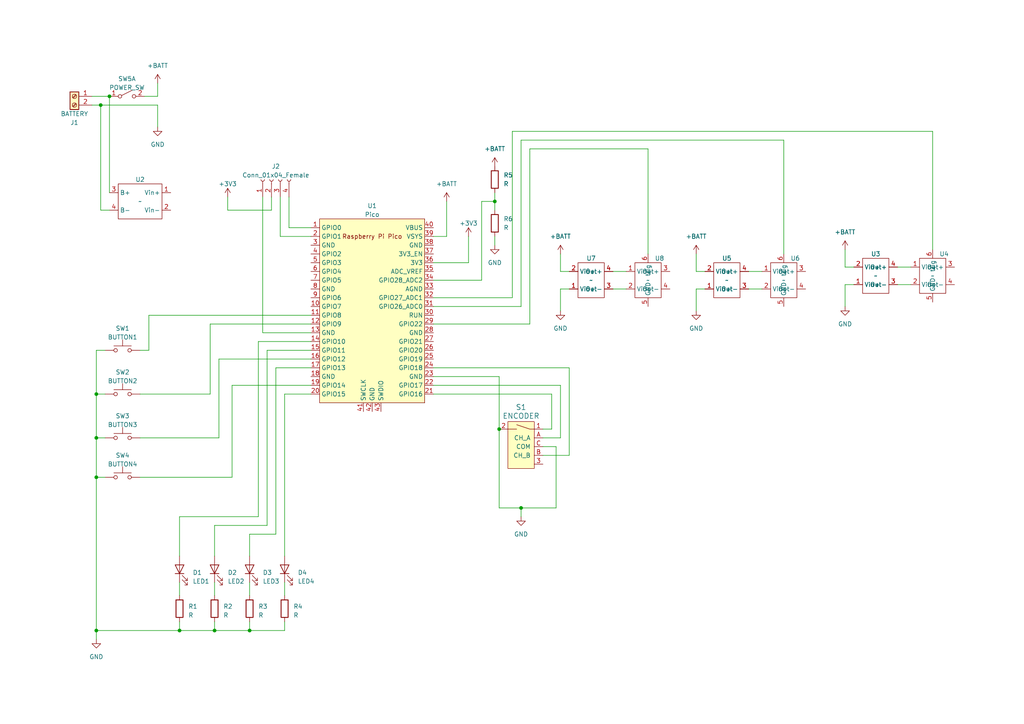
<source format=kicad_sch>
(kicad_sch (version 20230121) (generator eeschema)
  (paper "A4")
  (title_block (title "Drumkit") (date "2024-03-29") (rev "1.5") (comment 1 "https://git.xythobuz.de/thomas/drumkit") (comment 2 "Licensed under the CERN-OHL-S-2.0+") (comment 4 "Copyright (c) 2024 Kauzerei, Thomas Buck"))
  (lib_symbols
    (symbol "Connector:Conn_01x04_Female" (pin_names (offset 1.016) hide)
      (property "Reference" "J" (at 0 5.08 0))
      (property "Value" "Conn_01x04_Female" (at 0 -7.62 0))
      (symbol "Conn_01x04_Female_1_1"
        (arc (start 0 -4.572) (mid -0.5058 -5.08) (end 0 -5.588) (stroke (width 0.1524)))
        (arc (start 0 -2.032) (mid -0.5058 -2.54) (end 0 -3.048) (stroke (width 0.1524)))
        (polyline (pts (xy -1.27 -5.08) (xy -0.508 -5.08)) (stroke (width 0.1524)))
        (polyline (pts (xy -1.27 -2.54) (xy -0.508 -2.54)) (stroke (width 0.1524)))
        (polyline (pts (xy -1.27 0) (xy -0.508 0)) (stroke (width 0.1524)))
        (polyline (pts (xy -1.27 2.54) (xy -0.508 2.54)) (stroke (width 0.1524)))
        (arc (start 0 0.508) (mid -0.5058 0) (end 0 -0.508) (stroke (width 0.1524)))
        (arc (start 0 3.048) (mid -0.5058 2.54) (end 0 2.032) (stroke (width 0.1524)))
        (pin passive line (at -5.08 2.54 0) (length 3.81) (name "Pin_1") (number "1"))
        (pin passive line (at -5.08 0 0) (length 3.81) (name "Pin_2") (number "2"))
        (pin passive line (at -5.08 -2.54 0) (length 3.81) (name "Pin_3") (number "3"))
        (pin passive line (at -5.08 -5.08 0) (length 3.81) (name "Pin_4") (number "4"))
      )
    )
    (symbol "Connector:Screw_Terminal_01x02" (pin_names (offset 1.016) hide)
      (property "Reference" "J" (at 0 2.54 0))
      (property "Value" "Screw_Terminal_01x02" (at 0 -5.08 0))
      (symbol "Screw_Terminal_01x02_1_1"
        (rectangle (start -1.27 1.27) (end 1.27 -3.81) (stroke (width 0.254)) (fill (type background)))
        (circle (center 0 -2.54) (radius 0.635) (stroke (width 0.1524)))
        (polyline (pts (xy -0.5334 -2.2098) (xy 0.3302 -3.048)) (stroke (width 0.1524)))
        (polyline (pts (xy -0.5334 0.3302) (xy 0.3302 -0.508)) (stroke (width 0.1524)))
        (polyline (pts (xy -0.3556 -2.032) (xy 0.508 -2.8702)) (stroke (width 0.1524)))
        (polyline (pts (xy -0.3556 0.508) (xy 0.508 -0.3302)) (stroke (width 0.1524)))
        (circle (center 0 0) (radius 0.635) (stroke (width 0.1524)))
        (pin passive line (at -5.08 0 0) (length 3.81) (name "Pin_1") (number "1"))
        (pin passive line (at -5.08 -2.54 0) (length 3.81) (name "Pin_2") (number "2"))
      )
    )
    (symbol "Device:LED" (pin_numbers hide) (pin_names (offset 1.016) hide)
      (property "Reference" "D" (at 0 2.54 0))
      (property "Value" "LED" (at 0 -2.54 0))
      (symbol "LED_0_1"
        (polyline (pts (xy -1.27 -1.27) (xy -1.27 1.27)) (stroke (width 0.2032)))
        (polyline (pts (xy -1.27 0) (xy 1.27 0)))
        (polyline (pts (xy 1.27 -1.27) (xy 1.27 1.27) (xy -1.27 0) (xy 1.27 -1.27)) (stroke (width 0.2032)))
        (polyline (pts (xy -3.048 -0.762) (xy -4.572 -2.286) (xy -3.81 -2.286) (xy -4.572 -2.286) (xy -4.572 -1.524)))
        (polyline (pts (xy -1.778 -0.762) (xy -3.302 -2.286) (xy -2.54 -2.286) (xy -3.302 -2.286) (xy -3.302 -1.524)))
      )
      (symbol "LED_1_1"
        (pin passive line (at -3.81 0 0) (length 2.54) (name "K") (number "1"))
        (pin passive line (at 3.81 0 180) (length 2.54) (name "A") (number "2"))
      )
    )
    (symbol "Device:R" (pin_numbers hide) (pin_names (offset 0))
      (property "Reference" "R" (at 2.032 0 90))
      (property "Value" "R" (at 0 0 90))
      (symbol "R_0_1"
        (rectangle (start -1.016 -2.54) (end 1.016 2.54) (stroke (width 0.254)))
      )
      (symbol "R_1_1"
        (pin passive line (at 0 3.81 270) (length 1.27) (name "~") (number "1"))
        (pin passive line (at 0 -3.81 90) (length 1.27) (name "~") (number "2"))
      )
    )
    (symbol "GND_1" (power) (pin_names (offset 0))
      (property "Value" "GND_1" (at 0 -3.81 0))
      (symbol "GND_1_0_1"
        (polyline (pts (xy 0 0) (xy 0 -1.27) (xy 1.27 -1.27) (xy 0 -2.54) (xy -1.27 -1.27) (xy 0 -1.27)))
      )
      (symbol "GND_1_1_1"
        (pin power_in line (at 0 0 270) (length 0) hide (name "GND") (number "1"))
      )
    )
    (symbol "MCU_RaspberryPi_and_Boards:Pico"
      (property "Reference" "U" (at -13.97 27.94 0))
      (property "Value" "Pico" (at 0 19.05 0))
      (symbol "Pico_0_0"
        (text "Raspberry Pi Pico" (at 0 21.59 0) (effects (font (size 1.27 1.27))))
      )
      (symbol "Pico_0_1"
        (rectangle (start -15.24 26.67) (end 15.24 -26.67) (fill (type background)))
      )
      (symbol "Pico_1_1"
        (pin bidirectional line (at -17.78 24.13 0) (length 2.54) (name "GPIO0") (number "1"))
        (pin bidirectional line (at -17.78 1.27 0) (length 2.54) (name "GPIO7") (number "10"))
        (pin bidirectional line (at -17.78 -1.27 0) (length 2.54) (name "GPIO8") (number "11"))
        (pin bidirectional line (at -17.78 -3.81 0) (length 2.54) (name "GPIO9") (number "12"))
        (pin power_in line (at -17.78 -6.35 0) (length 2.54) (name "GND") (number "13"))
        (pin bidirectional line (at -17.78 -8.89 0) (length 2.54) (name "GPIO10") (number "14"))
        (pin bidirectional line (at -17.78 -11.43 0) (length 2.54) (name "GPIO11") (number "15"))
        (pin bidirectional line (at -17.78 -13.97 0) (length 2.54) (name "GPIO12") (number "16"))
        (pin bidirectional line (at -17.78 -16.51 0) (length 2.54) (name "GPIO13") (number "17"))
        (pin power_in line (at -17.78 -19.05 0) (length 2.54) (name "GND") (number "18"))
        (pin bidirectional line (at -17.78 -21.59 0) (length 2.54) (name "GPIO14") (number "19"))
        (pin bidirectional line (at -17.78 21.59 0) (length 2.54) (name "GPIO1") (number "2"))
        (pin bidirectional line (at -17.78 -24.13 0) (length 2.54) (name "GPIO15") (number "20"))
        (pin bidirectional line (at 17.78 -24.13 180) (length 2.54) (name "GPIO16") (number "21"))
        (pin bidirectional line (at 17.78 -21.59 180) (length 2.54) (name "GPIO17") (number "22"))
        (pin power_in line (at 17.78 -19.05 180) (length 2.54) (name "GND") (number "23"))
        (pin bidirectional line (at 17.78 -16.51 180) (length 2.54) (name "GPIO18") (number "24"))
        (pin bidirectional line (at 17.78 -13.97 180) (length 2.54) (name "GPIO19") (number "25"))
        (pin bidirectional line (at 17.78 -11.43 180) (length 2.54) (name "GPIO20") (number "26"))
        (pin bidirectional line (at 17.78 -8.89 180) (length 2.54) (name "GPIO21") (number "27"))
        (pin power_in line (at 17.78 -6.35 180) (length 2.54) (name "GND") (number "28"))
        (pin bidirectional line (at 17.78 -3.81 180) (length 2.54) (name "GPIO22") (number "29"))
        (pin power_in line (at -17.78 19.05 0) (length 2.54) (name "GND") (number "3"))
        (pin input line (at 17.78 -1.27 180) (length 2.54) (name "RUN") (number "30"))
        (pin bidirectional line (at 17.78 1.27 180) (length 2.54) (name "GPIO26_ADC0") (number "31"))
        (pin bidirectional line (at 17.78 3.81 180) (length 2.54) (name "GPIO27_ADC1") (number "32"))
        (pin power_in line (at 17.78 6.35 180) (length 2.54) (name "AGND") (number "33"))
        (pin bidirectional line (at 17.78 8.89 180) (length 2.54) (name "GPIO28_ADC2") (number "34"))
        (pin power_in line (at 17.78 11.43 180) (length 2.54) (name "ADC_VREF") (number "35"))
        (pin power_in line (at 17.78 13.97 180) (length 2.54) (name "3V3") (number "36"))
        (pin input line (at 17.78 16.51 180) (length 2.54) (name "3V3_EN") (number "37"))
        (pin bidirectional line (at 17.78 19.05 180) (length 2.54) (name "GND") (number "38"))
        (pin power_in line (at 17.78 21.59 180) (length 2.54) (name "VSYS") (number "39"))
        (pin bidirectional line (at -17.78 16.51 0) (length 2.54) (name "GPIO2") (number "4"))
        (pin power_in line (at 17.78 24.13 180) (length 2.54) (name "VBUS") (number "40"))
        (pin input line (at -2.54 -29.21 90) (length 2.54) (name "SWCLK") (number "41"))
        (pin power_in line (at 0 -29.21 90) (length 2.54) (name "GND") (number "42"))
        (pin bidirectional line (at 2.54 -29.21 90) (length 2.54) (name "SWDIO") (number "43"))
        (pin bidirectional line (at -17.78 13.97 0) (length 2.54) (name "GPIO3") (number "5"))
        (pin bidirectional line (at -17.78 11.43 0) (length 2.54) (name "GPIO4") (number "6"))
        (pin bidirectional line (at -17.78 8.89 0) (length 2.54) (name "GPIO5") (number "7"))
        (pin power_in line (at -17.78 6.35 0) (length 2.54) (name "GND") (number "8"))
        (pin bidirectional line (at -17.78 3.81 0) (length 2.54) (name "GPIO6") (number "9"))
      )
    )
    (symbol "R_1" (pin_numbers hide) (pin_names (offset 0))
      (property "Reference" "R" (at 2.032 0 90))
      (property "Value" "R" (at 0 0 90))
      (symbol "R_1_0_1"
        (rectangle (start -1.016 -2.54) (end 1.016 2.54) (stroke (width 0.254)))
      )
      (symbol "R_1_1_1"
        (pin passive line (at 0 3.81 270) (length 1.27) (name "~") (number "1"))
        (pin passive line (at 0 -3.81 90) (length 1.27) (name "~") (number "2"))
      )
    )
    (symbol "Switch:SW_DPST_x2" (pin_names (offset 0) hide)
      (property "Reference" "SW" (at 0 3.175 0))
      (property "Value" "SW_DPST_x2" (at 0 -2.54 0))
      (symbol "SW_DPST_x2_0_0"
        (circle (center -2.032 0) (radius 0.508))
        (polyline (pts (xy -1.524 0.254) (xy 1.524 1.778)))
        (circle (center 2.032 0) (radius 0.508))
      )
      (symbol "SW_DPST_x2_1_1"
        (pin passive line (at -5.08 0 0) (length 2.54) (name "A") (number "1"))
        (pin passive line (at 5.08 0 180) (length 2.54) (name "B") (number "2"))
      )
      (symbol "SW_DPST_x2_2_1"
        (pin passive line (at -5.08 0 0) (length 2.54) (name "A") (number "3"))
        (pin passive line (at 5.08 0 180) (length 2.54) (name "B") (number "4"))
      )
    )
    (symbol "Switch:SW_Push" (pin_numbers hide) (pin_names (offset 1.016) hide)
      (property "Reference" "SW" (at 1.27 2.54 0))
      (property "Value" "SW_Push" (at 0 -1.524 0))
      (symbol "SW_Push_0_1"
        (circle (center -2.032 0) (radius 0.508))
        (polyline (pts (xy 0 1.27) (xy 0 3.048)))
        (polyline (pts (xy 2.54 1.27) (xy -2.54 1.27)))
        (circle (center 2.032 0) (radius 0.508))
        (pin passive line (at -5.08 0 0) (length 2.54) (name "1") (number "1"))
        (pin passive line (at 5.08 0 180) (length 2.54) (name "2") (number "2"))
      )
    )
    (symbol "chinese_modules:charger"
      (property "Reference" "U" (at 0 0 0))
      (symbol "charger_0_1"
        (rectangle (start -6.35 5.08) (end 6.35 -5.08))
      )
      (symbol "charger_1_1"
        (pin input line (at 8.89 2.54 180) (length 2.54) (name "Vin+") (number "1"))
        (pin input line (at 8.89 -2.54 180) (length 2.54) (name "Vin-") (number "2"))
        (pin input line (at -8.89 2.54 0) (length 2.54) (name "B+") (number "3"))
        (pin input line (at -8.89 -2.54 0) (length 2.54) (name "B-") (number "4"))
      )
    )
    (symbol "chinese_modules:dc-dc"
      (property "Reference" "U" (at 0 0 0))
      (symbol "dc-dc_0_1"
        (rectangle (start -3.81 5.08) (end 3.81 -5.08))
      )
      (symbol "dc-dc_1_1"
        (pin power_in line (at -6.35 -2.54 0) (length 2.54) (name "Vin+") (number "1"))
        (pin power_in line (at -6.35 2.54 0) (length 2.54) (name "Vin+") (number "2"))
        (pin power_out line (at 6.35 -2.54 180) (length 2.54) (name "Out-") (number "3"))
        (pin power_out line (at 6.35 2.54 180) (length 2.54) (name "Out+") (number "4"))
      )
    )
    (symbol "chinese_modules:xy-mos"
      (property "Reference" "U" (at -11.43 0 0))
      (symbol "xy-mos_0_1"
        (rectangle (start -3.81 5.08) (end 3.81 -5.08))
      )
      (symbol "xy-mos_1_1"
        (pin power_in line (at -6.35 2.54 0) (length 2.54) (name "Vin+") (number "1"))
        (pin power_in line (at -6.35 -2.54 0) (length 2.54) (name "Vin-") (number "2"))
        (pin power_out line (at 6.35 2.54 180) (length 2.54) (name "Out+") (number "3"))
        (pin power_out line (at 6.35 -2.54 180) (length 2.54) (name "Out-") (number "4"))
        (pin input line (at 0 -7.62 90) (length 2.54) (name "GND") (number "5"))
        (pin input line (at 0 7.62 270) (length 2.54) (name "trig") (number "6"))
      )
    )
    (symbol "dk_Encoders:PEC11R-4215F-S0024" (pin_names (offset 1.016))
      (property "Reference" "S" (at -1.27 5.715 0))
      (property "Value" "PEC11R-4215F-S0024" (at -1.27 -9.906 0))
      (symbol "PEC11R-4215F-S0024_0_1"
        (rectangle (start -5.08 4.699) (end 2.54 -8.89) (fill (type background)))
        (polyline (pts (xy 0 2.54) (xy 2.54 2.54)))
        (polyline (pts (xy -5.08 2.54) (xy -3.81 2.54) (xy 0 3.81)))
      )
      (symbol "PEC11R-4215F-S0024_1_1"
        (pin bidirectional line (at -7.62 2.54 0) (length 2.54) (name "~") (number "1"))
        (pin bidirectional line (at 5.08 2.54 180) (length 2.54) (name "~") (number "2"))
        (pin unspecified line (at -7.62 -7.62 0) (length 2.54) (name "~") (number "3"))
        (pin bidirectional line (at -7.62 0 0) (length 2.54) (name "CH_A") (number "A"))
        (pin bidirectional line (at -7.62 -5.08 0) (length 2.54) (name "CH_B") (number "B"))
        (pin input line (at -7.62 -2.54 0) (length 2.54) (name "COM") (number "C"))
      )
    )
    (symbol "power:+3.3V" (power) (pin_names (offset 0))
      (property "Value" "+3.3V" (at 0 3.556 0))
      (symbol "+3.3V_0_1"
        (polyline (pts (xy -0.762 1.27) (xy 0 2.54)))
        (polyline (pts (xy 0 0) (xy 0 2.54)))
        (polyline (pts (xy 0 2.54) (xy 0.762 1.27)))
      )
      (symbol "+3.3V_1_1"
        (pin power_in line (at 0 0 90) (length 0) hide (name "+3V3") (number "1"))
      )
    )
    (symbol "power:+BATT" (power) (pin_names (offset 0))
      (property "Value" "+BATT" (at 0 3.556 0))
      (symbol "+BATT_0_1"
        (polyline (pts (xy -0.762 1.27) (xy 0 2.54)))
        (polyline (pts (xy 0 0) (xy 0 2.54)))
        (polyline (pts (xy 0 2.54) (xy 0.762 1.27)))
      )
      (symbol "+BATT_1_1"
        (pin power_in line (at 0 0 90) (length 0) hide (name "+BATT") (number "1"))
      )
    )
    (symbol "power:GND" (power) (pin_names (offset 0))
      (property "Value" "GND" (at 0 -3.81 0))
      (symbol "GND_0_1"
        (polyline (pts (xy 0 0) (xy 0 -1.27) (xy 1.27 -1.27) (xy 0 -2.54) (xy -1.27 -1.27) (xy 0 -1.27)))
      )
      (symbol "GND_1_1"
        (pin power_in line (at 0 0 270) (length 0) hide (name "GND") (number "1"))
      )
    )
  )
  (junction (at 27.94 114.3))
  (junction (at 62.23 182.88))
  (junction (at 144.78 124.46))
  (junction (at 29.21 30.48))
  (junction (at 27.94 138.43))
  (junction (at 143.51 58.42))
  (junction (at 27.94 127))
  (junction (at 52.07 182.88))
  (junction (at 72.39 182.88))
  (junction (at 151.13 147.32))
  (junction (at 27.94 182.88))
  (junction (at 31.75 27.94))
  (wire (pts (xy 29.21 60.96) (xy 29.21 30.48)))
  (wire (pts (xy 144.78 109.22) (xy 144.78 124.46)))
  (wire (pts (xy 204.47 83.82) (xy 201.93 83.82)))
  (wire (pts (xy 165.1 83.82) (xy 162.56 83.82)))
  (wire (pts (xy 30.48 127) (xy 27.94 127)))
  (wire (pts (xy 201.93 73.66) (xy 201.93 78.74)))
  (wire (pts (xy 52.07 149.86) (xy 74.93 149.86)))
  (wire (pts (xy 148.59 38.1) (xy 270.51 38.1)))
  (wire (pts (xy 80.01 106.68) (xy 80.01 154.94)))
  (wire (pts (xy 187.96 43.18) (xy 187.96 73.66)))
  (wire (pts (xy 139.7 81.28) (xy 139.7 58.42)))
  (wire (pts (xy 157.48 124.46) (xy 160.02 124.46)))
  (wire (pts (xy 27.94 182.88) (xy 27.94 185.42)))
  (wire (pts (xy 40.64 138.43) (xy 67.31 138.43)))
  (wire (pts (xy 43.18 101.6) (xy 40.64 101.6)))
  (wire (pts (xy 66.04 60.96) (xy 78.74 60.96)))
  (wire (pts (xy 67.31 138.43) (xy 67.31 111.76)))
  (wire (pts (xy 153.67 43.18) (xy 187.96 43.18)))
  (wire (pts (xy 81.28 68.58) (xy 90.17 68.58)))
  (wire (pts (xy 30.48 101.6) (xy 27.94 101.6)))
  (wire (pts (xy 227.33 40.64) (xy 227.33 73.66)))
  (wire (pts (xy 62.23 152.4) (xy 62.23 161.29)))
  (wire (pts (xy 148.59 86.36) (xy 148.59 38.1)))
  (wire (pts (xy 72.39 168.91) (xy 72.39 172.72)))
  (wire (pts (xy 157.48 129.54) (xy 161.29 129.54)))
  (wire (pts (xy 153.67 93.98) (xy 153.67 43.18)))
  (wire (pts (xy 162.56 127) (xy 162.56 111.76)))
  (wire (pts (xy 78.74 60.96) (xy 78.74 57.15)))
  (wire (pts (xy 151.13 88.9) (xy 125.73 88.9)))
  (wire (pts (xy 177.8 78.74) (xy 181.61 78.74)))
  (wire (pts (xy 52.07 182.88) (xy 62.23 182.88)))
  (wire (pts (xy 82.55 168.91) (xy 82.55 172.72)))
  (wire (pts (xy 217.17 83.82) (xy 220.98 83.82)))
  (wire (pts (xy 27.94 101.6) (xy 27.94 114.3)))
  (wire (pts (xy 245.11 77.47) (xy 247.65 77.47)))
  (wire (pts (xy 165.1 106.68) (xy 165.1 132.08)))
  (wire (pts (xy 74.93 99.06) (xy 90.17 99.06)))
  (wire (pts (xy 151.13 40.64) (xy 151.13 88.9)))
  (wire (pts (xy 52.07 182.88) (xy 52.07 180.34)))
  (wire (pts (xy 82.55 182.88) (xy 82.55 180.34)))
  (wire (pts (xy 125.73 81.28) (xy 139.7 81.28)))
  (wire (pts (xy 62.23 168.91) (xy 62.23 172.72)))
  (wire (pts (xy 45.72 30.48) (xy 45.72 36.83)))
  (wire (pts (xy 125.73 76.2) (xy 135.89 76.2)))
  (wire (pts (xy 27.94 114.3) (xy 30.48 114.3)))
  (wire (pts (xy 27.94 114.3) (xy 27.94 127)))
  (wire (pts (xy 43.18 91.44) (xy 90.17 91.44)))
  (wire (pts (xy 40.64 127) (xy 63.5 127)))
  (wire (pts (xy 177.8 83.82) (xy 181.61 83.82)))
  (wire (pts (xy 129.54 68.58) (xy 129.54 58.42)))
  (wire (pts (xy 72.39 154.94) (xy 80.01 154.94)))
  (wire (pts (xy 83.82 66.04) (xy 90.17 66.04)))
  (wire (pts (xy 125.73 106.68) (xy 165.1 106.68)))
  (wire (pts (xy 90.17 104.14) (xy 63.5 104.14)))
  (wire (pts (xy 45.72 27.94) (xy 45.72 24.13)))
  (wire (pts (xy 77.47 152.4) (xy 62.23 152.4)))
  (wire (pts (xy 160.02 114.3) (xy 125.73 114.3)))
  (wire (pts (xy 245.11 82.55) (xy 245.11 88.9)))
  (wire (pts (xy 161.29 129.54) (xy 161.29 147.32)))
  (wire (pts (xy 41.91 27.94) (xy 45.72 27.94)))
  (wire (pts (xy 26.67 30.48) (xy 29.21 30.48)))
  (wire (pts (xy 143.51 58.42) (xy 143.51 60.96)))
  (wire (pts (xy 260.35 82.55) (xy 264.16 82.55)))
  (wire (pts (xy 67.31 111.76) (xy 90.17 111.76)))
  (wire (pts (xy 72.39 182.88) (xy 72.39 180.34)))
  (wire (pts (xy 80.01 106.68) (xy 90.17 106.68)))
  (wire (pts (xy 135.89 76.2) (xy 135.89 68.58)))
  (wire (pts (xy 74.93 149.86) (xy 74.93 99.06)))
  (wire (pts (xy 29.21 60.96) (xy 31.75 60.96)))
  (wire (pts (xy 143.51 55.88) (xy 143.51 58.42)))
  (wire (pts (xy 52.07 161.29) (xy 52.07 149.86)))
  (wire (pts (xy 144.78 124.46) (xy 144.78 147.32)))
  (wire (pts (xy 125.73 68.58) (xy 129.54 68.58)))
  (wire (pts (xy 270.51 38.1) (xy 270.51 72.39)))
  (wire (pts (xy 139.7 58.42) (xy 143.51 58.42)))
  (wire (pts (xy 90.17 114.3) (xy 82.55 114.3)))
  (wire (pts (xy 27.94 138.43) (xy 27.94 182.88)))
  (wire (pts (xy 217.17 78.74) (xy 220.98 78.74)))
  (wire (pts (xy 165.1 132.08) (xy 157.48 132.08)))
  (wire (pts (xy 60.96 93.98) (xy 90.17 93.98)))
  (wire (pts (xy 227.33 40.64) (xy 151.13 40.64)))
  (wire (pts (xy 40.64 114.3) (xy 60.96 114.3)))
  (wire (pts (xy 43.18 91.44) (xy 43.18 101.6)))
  (wire (pts (xy 162.56 83.82) (xy 162.56 90.17)))
  (wire (pts (xy 72.39 182.88) (xy 82.55 182.88)))
  (wire (pts (xy 76.2 57.15) (xy 76.2 96.52)))
  (wire (pts (xy 201.93 78.74) (xy 204.47 78.74)))
  (wire (pts (xy 77.47 101.6) (xy 77.47 152.4)))
  (wire (pts (xy 29.21 30.48) (xy 45.72 30.48)))
  (wire (pts (xy 66.04 57.15) (xy 66.04 60.96)))
  (wire (pts (xy 60.96 114.3) (xy 60.96 93.98)))
  (wire (pts (xy 82.55 114.3) (xy 82.55 161.29)))
  (wire (pts (xy 27.94 138.43) (xy 30.48 138.43)))
  (wire (pts (xy 260.35 77.47) (xy 264.16 77.47)))
  (wire (pts (xy 72.39 161.29) (xy 72.39 154.94)))
  (wire (pts (xy 27.94 182.88) (xy 52.07 182.88)))
  (wire (pts (xy 76.2 96.52) (xy 90.17 96.52)))
  (wire (pts (xy 162.56 73.66) (xy 162.56 78.74)))
  (wire (pts (xy 160.02 124.46) (xy 160.02 114.3)))
  (wire (pts (xy 162.56 111.76) (xy 125.73 111.76)))
  (wire (pts (xy 143.51 68.58) (xy 143.51 71.12)))
  (wire (pts (xy 157.48 127) (xy 162.56 127)))
  (wire (pts (xy 31.75 27.94) (xy 31.75 55.88)))
  (wire (pts (xy 245.11 82.55) (xy 247.65 82.55)))
  (wire (pts (xy 162.56 78.74) (xy 165.1 78.74)))
  (wire (pts (xy 52.07 168.91) (xy 52.07 172.72)))
  (wire (pts (xy 27.94 127) (xy 27.94 138.43)))
  (wire (pts (xy 62.23 182.88) (xy 62.23 180.34)))
  (wire (pts (xy 81.28 57.15) (xy 81.28 68.58)))
  (wire (pts (xy 63.5 104.14) (xy 63.5 127)))
  (wire (pts (xy 201.93 83.82) (xy 201.93 90.17)))
  (wire (pts (xy 161.29 147.32) (xy 151.13 147.32)))
  (wire (pts (xy 125.73 93.98) (xy 153.67 93.98)))
  (wire (pts (xy 62.23 182.88) (xy 72.39 182.88)))
  (wire (pts (xy 151.13 147.32) (xy 144.78 147.32)))
  (wire (pts (xy 125.73 109.22) (xy 144.78 109.22)))
  (wire (pts (xy 125.73 86.36) (xy 148.59 86.36)))
  (wire (pts (xy 77.47 101.6) (xy 90.17 101.6)))
  (wire (pts (xy 26.67 27.94) (xy 31.75 27.94)))
  (wire (pts (xy 83.82 57.15) (xy 83.82 66.04)))
  (wire (pts (xy 245.11 72.39) (xy 245.11 77.47)))
  (wire (pts (xy 151.13 147.32) (xy 151.13 149.86)))
  (symbol (lib_id "power:GND") (at 201.93 90.17 0) (unit 1)
    (property "Reference" "#PWR09" (effects hide))
    (property "Value" "GND" (at 201.93 95.25 0))
  )
  (symbol (lib_id "power:+BATT") (at 45.72 24.13 0) (unit 1)
    (property "Reference" "#PWR06" (effects hide))
    (property "Value" "+BATT" (at 45.72 19.05 0))
  )
  (symbol (lib_id "Device:LED") (at 72.39 165.1 90) (unit 1)
    (property "Reference" "D3" (at 76.2 166.0652 90) (effects (justify right)))
    (property "Value" "LED3" (at 76.2 168.6052 90) (effects (justify right)))
    (property "Footprint" "LED_THT:LED_D5.0mm" (effects hide))
  )
  (symbol (lib_id "power:+BATT") (at 245.11 72.39 0) (unit 1)
    (property "Reference" "#PWR04" (effects hide))
    (property "Value" "+BATT" (at 245.11 67.31 0))
  )
  (symbol (lib_id "Switch:SW_DPST_x2") (at 36.83 27.94 0) (unit 1)
    (property "Reference" "SW5" (at 36.83 22.86 0))
    (property "Value" "POWER_SW" (at 36.83 25.4 0))
    (property "Footprint" "Inductor_THT:L_Radial_D12.0mm_P6.00mm_MuRATA_1900R" (effects hide))
  )
  (symbol (lib_name "R_1") (lib_id "Device:R") (at 143.51 64.77 0) (unit 1)
    (property "Reference" "R6" (at 146.05 63.5 0) (effects (justify left)))
    (property "Value" "R" (at 146.05 66.04 0) (effects (justify left)))
    (property "Footprint" "Resistor_THT:R_Axial_DIN0309_L9.0mm_D3.2mm_P12.70mm_Horizontal" (effects hide))
  )
  (symbol (lib_id "chinese_modules:xy-mos") (at 187.96 81.28 0) (unit 1)
    (property "Reference" "U8" (at 189.9159 74.93 0) (effects (justify left)))
    (property "Value" "~" (at 187.96 81.28 0))
    (property "Footprint" "chinese_modules:xy-mos" (effects hide))
  )
  (symbol (lib_id "Device:R") (at 82.55 176.53 0) (unit 1)
    (property "Reference" "R4" (at 85.09 175.895 0) (effects (justify left)))
    (property "Value" "R" (at 85.09 178.435 0) (effects (justify left)))
    (property "Footprint" "Resistor_THT:R_Axial_DIN0617_L17.0mm_D6.0mm_P5.08mm_Vertical" (effects hide))
  )
  (symbol (lib_id "power:+3.3V") (at 135.89 68.58 0) (unit 1)
    (property "Reference" "#PWR07" (effects hide))
    (property "Value" "+3.3V" (at 135.89 64.77 0))
  )
  (symbol (lib_id "power:GND") (at 143.51 71.12 0) (unit 1)
    (property "Reference" "#PWR011" (effects hide))
    (property "Value" "GND" (at 143.51 76.2 0))
  )
  (symbol (lib_id "power:+BATT") (at 143.51 48.26 0) (unit 1)
    (property "Reference" "#PWR05" (effects hide))
    (property "Value" "+BATT" (at 143.51 43.18 0))
  )
  (symbol (lib_id "Device:LED") (at 82.55 165.1 90) (unit 1)
    (property "Reference" "D4" (at 86.36 166.0652 90) (effects (justify right)))
    (property "Value" "LED4" (at 86.36 168.6052 90) (effects (justify right)))
    (property "Footprint" "LED_THT:LED_D5.0mm" (effects hide))
  )
  (symbol (lib_id "chinese_modules:charger") (at 40.64 58.42 0) (unit 1)
    (property "Reference" "U2" (at 40.64 52.07 0))
    (property "Value" "~" (at 40.64 58.42 0))
    (property "Footprint" "chinese_modules:charger" (effects hide))
  )
  (symbol (lib_id "chinese_modules:dc-dc") (at 210.82 81.28 0) (unit 1)
    (property "Reference" "U5" (at 210.82 74.93 0))
    (property "Value" "~" (at 210.82 81.28 0))
    (property "Footprint" "chinese_modules:dc-dc module" (effects hide))
  )
  (symbol (lib_id "Connector:Screw_Terminal_01x02") (at 21.59 27.94 0) (mirror y) (unit 1)
    (property "Reference" "J1" (at 21.59 35.56 0))
    (property "Value" "BATTERY" (at 21.59 33.02 0))
    (property "Footprint" "TerminalBlock:TerminalBlock_bornier-2_P5.08mm" (effects hide))
  )
  (symbol (lib_id "Switch:SW_Push") (at 35.56 101.6 0) (unit 1)
    (property "Reference" "SW1" (at 35.56 95.25 0))
    (property "Value" "BUTTON1" (at 35.56 97.79 0))
    (property "Footprint" "Inductor_THT:L_Radial_D12.0mm_P6.00mm_MuRATA_1900R" (effects hide))
  )
  (symbol (lib_id "Switch:SW_Push") (at 35.56 114.3 0) (unit 1)
    (property "Reference" "SW2" (at 35.56 107.95 0))
    (property "Value" "BUTTON2" (at 35.56 110.49 0))
    (property "Footprint" "Inductor_THT:L_Radial_D12.0mm_P6.00mm_MuRATA_1900R" (effects hide))
  )
  (symbol (lib_id "chinese_modules:xy-mos") (at 227.33 81.28 0) (unit 1)
    (property "Reference" "U6" (at 229.2859 74.93 0) (effects (justify left)))
    (property "Value" "~" (at 227.33 81.28 0))
    (property "Footprint" "chinese_modules:xy-mos" (effects hide))
  )
  (symbol (lib_id "Switch:SW_Push") (at 35.56 127 0) (unit 1)
    (property "Reference" "SW3" (at 35.56 120.65 0))
    (property "Value" "BUTTON3" (at 35.56 123.19 0))
    (property "Footprint" "Inductor_THT:L_Radial_D12.0mm_P6.00mm_MuRATA_1900R" (effects hide))
  )
  (symbol (lib_name "GND_1") (lib_id "power:GND") (at 245.11 88.9 0) (unit 1)
    (property "Reference" "#PWR014" (effects hide))
    (property "Value" "GND" (at 245.11 93.98 0))
  )
  (symbol (lib_id "power:+BATT") (at 129.54 58.42 0) (unit 1)
    (property "Reference" "#PWR03" (effects hide))
    (property "Value" "+BATT" (at 129.54 53.34 0))
  )
  (symbol (lib_id "Device:R") (at 62.23 176.53 0) (unit 1)
    (property "Reference" "R2" (at 64.77 175.895 0) (effects (justify left)))
    (property "Value" "R" (at 64.77 178.435 0) (effects (justify left)))
    (property "Footprint" "Resistor_THT:R_Axial_DIN0617_L17.0mm_D6.0mm_P5.08mm_Vertical" (effects hide))
  )
  (symbol (lib_id "chinese_modules:dc-dc") (at 254 80.01 0) (unit 1)
    (property "Reference" "U3" (at 254 73.66 0))
    (property "Value" "~" (at 254 80.01 0))
    (property "Footprint" "chinese_modules:dc-dc module" (effects hide))
  )
  (symbol (lib_id "chinese_modules:xy-mos") (at 270.51 80.01 0) (unit 1)
    (property "Reference" "U4" (at 272.4659 73.66 0) (effects (justify left)))
    (property "Value" "~" (at 270.51 80.01 0))
    (property "Footprint" "chinese_modules:xy-mos" (effects hide))
  )
  (symbol (lib_id "power:GND") (at 151.13 149.86 0) (unit 1)
    (property "Reference" "#PWR015" (effects hide))
    (property "Value" "GND" (at 151.13 154.94 0))
  )
  (symbol (lib_id "power:GND") (at 27.94 185.42 0) (unit 1)
    (property "Reference" "#PWR01" (effects hide))
    (property "Value" "GND" (at 27.94 190.5 0))
  )
  (symbol (lib_id "Device:R") (at 52.07 176.53 0) (unit 1)
    (property "Reference" "R1" (at 54.61 175.895 0) (effects (justify left)))
    (property "Value" "R" (at 54.61 178.435 0) (effects (justify left)))
    (property "Footprint" "Resistor_THT:R_Axial_DIN0617_L17.0mm_D6.0mm_P5.08mm_Vertical" (effects hide))
  )
  (symbol (lib_id "Device:LED") (at 62.23 165.1 90) (unit 1)
    (property "Reference" "D2" (at 66.04 166.0652 90) (effects (justify right)))
    (property "Value" "LED2" (at 66.04 168.6052 90) (effects (justify right)))
    (property "Footprint" "LED_THT:LED_D5.0mm" (effects hide))
  )
  (symbol (lib_id "power:GND") (at 45.72 36.83 0) (unit 1)
    (property "Reference" "#PWR02" (effects hide))
    (property "Value" "GND" (at 45.72 41.91 0))
  )
  (symbol (lib_id "power:+3.3V") (at 66.04 57.15 0) (unit 1)
    (property "Reference" "#PWR012" (effects hide))
    (property "Value" "+3.3V" (at 66.04 53.34 0))
  )
  (symbol (lib_id "dk_Encoders:PEC11R-4215F-S0024") (at 149.86 127 0) (mirror y) (unit 1)
    (property "Reference" "S1" (at 151.13 118.11 0) (effects (font (size 1.524 1.524))))
    (property "Value" "ENCODER" (at 151.13 120.65 0) (effects (font (size 1.524 1.524))))
    (property "Footprint" "digikey-footprints:Rotary_Encoder_Switched_PEC11R" (effects hide))
    (property "Datasheet" "https://www.bourns.com/docs/Product-Datasheets/PEC11R.pdf" (effects hide))
    (property "Digi-Key_PN" "PEC11R-4215F-S0024-ND" (effects hide))
    (property "MPN" "PEC11R-4215F-S0024" (effects hide))
    (property "Category" "Sensors, Transducers" (effects hide))
    (property "Family" "Encoders" (effects hide))
    (property "DK_Datasheet_Link" "https://www.bourns.com/docs/Product-Datasheets/PEC11R.pdf" (effects hide))
    (property "DK_Detail_Page" "/product-detail/en/bourns-inc/PEC11R-4215F-S0024/PEC11R-4215F-S0024-ND/4499665" (effects hide))
    (property "Description" "ROTARY ENCODER MECHANICAL 24PPR" (effects hide))
    (property "Manufacturer" "Bourns Inc." (effects hide))
    (property "Status" "Active" (effects hide))
  )
  (symbol (lib_name "R_1") (lib_id "Device:R") (at 143.51 52.07 0) (unit 1)
    (property "Reference" "R5" (at 146.05 50.8 0) (effects (justify left)))
    (property "Value" "R" (at 146.05 53.34 0) (effects (justify left)))
    (property "Footprint" "Resistor_THT:R_Axial_DIN0309_L9.0mm_D3.2mm_P12.70mm_Horizontal" (effects hide))
  )
  (symbol (lib_id "chinese_modules:dc-dc") (at 171.45 81.28 0) (unit 1)
    (property "Reference" "U7" (at 171.45 74.93 0))
    (property "Value" "~" (at 171.45 81.28 0))
    (property "Footprint" "chinese_modules:dc-dc module" (effects hide))
  )
  (symbol (lib_id "MCU_RaspberryPi_and_Boards:Pico") (at 107.95 90.17 0) (unit 1)
    (property "Reference" "U1" (at 107.95 59.69 0))
    (property "Value" "Pico" (at 107.95 62.23 0))
    (property "Footprint" "MCU_RaspberryPi_and_Boards:RPi_Pico_SMD_TH" (effects hide))
  )
  (symbol (lib_id "Switch:SW_Push") (at 35.56 138.43 0) (unit 1)
    (property "Reference" "SW4" (at 35.56 132.08 0))
    (property "Value" "BUTTON4" (at 35.56 134.62 0))
    (property "Footprint" "Inductor_THT:L_Radial_D12.0mm_P6.00mm_MuRATA_1900R" (effects hide))
  )
  (symbol (lib_id "Connector:Conn_01x04_Female") (at 78.74 52.07 90) (unit 1)
    (property "Reference" "J2" (at 80.01 48.26 90))
    (property "Value" "Conn_01x04_Female" (at 80.01 50.8 90))
    (property "Footprint" "Connector_PinHeader_2.54mm:PinHeader_1x04_P2.54mm_Vertical" (effects hide))
  )
  (symbol (lib_id "Device:R") (at 72.39 176.53 0) (unit 1)
    (property "Reference" "R3" (at 74.93 175.895 0) (effects (justify left)))
    (property "Value" "R" (at 74.93 178.435 0) (effects (justify left)))
    (property "Footprint" "Resistor_THT:R_Axial_DIN0617_L17.0mm_D6.0mm_P5.08mm_Vertical" (effects hide))
  )
  (symbol (lib_id "Device:LED") (at 52.07 165.1 90) (unit 1)
    (property "Reference" "D1" (at 55.88 166.0652 90) (effects (justify right)))
    (property "Value" "LED1" (at 55.88 168.6052 90) (effects (justify right)))
    (property "Footprint" "LED_THT:LED_D5.0mm" (effects hide))
  )
  (symbol (lib_id "power:+BATT") (at 162.56 73.66 0) (unit 1)
    (property "Reference" "#PWR010" (effects hide))
    (property "Value" "+BATT" (at 162.56 68.58 0))
  )
  (symbol (lib_id "power:+BATT") (at 201.93 73.66 0) (unit 1)
    (property "Reference" "#PWR08" (effects hide))
    (property "Value" "+BATT" (at 201.93 68.58 0))
  )
  (symbol (lib_id "power:GND") (at 162.56 90.17 0) (unit 1)
    (property "Reference" "#PWR013" (effects hide))
    (property "Value" "GND" (at 162.56 95.25 0))
  )
)
</source>
